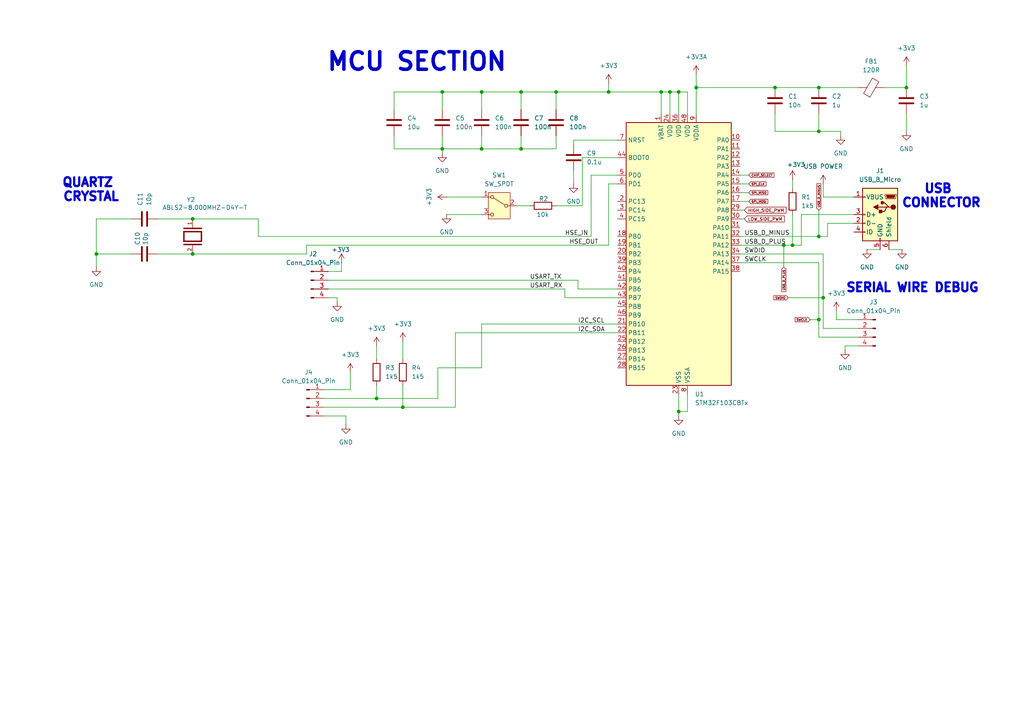
<source format=kicad_sch>
(kicad_sch (version 20250114) (generator "eeschema") (generator_version "9.0")
  (paper "A4")
  (title_block (title "MCU Section") (date "2025-12-31"))
  (lib_symbols
    (symbol "ABLS2-8.000MHZ-D4Y-T:ABLS2-8.000MHZ-D4Y-T" (pin_names (offset 1.016))
      (property "Reference" "Y" (at -5.0878 3.8159 0))
      (property "Value" "ABLS2-8.000MHZ-D4Y-T" (at -5.0944 -5.0944 0))
      (symbol "ABLS2-8.000MHZ-D4Y-T_0_0"
        (polyline (pts (xy -2.3368 2.54) (xy -2.3368 -2.54)) (stroke (width 0.4064)))
        (polyline (pts (xy -1.397 2.54) (xy -1.397 -2.54)) (stroke (width 0.4064)))
        (polyline (pts (xy -1.397 2.54) (xy 1.397 2.54)) (stroke (width 0.4064)))
        (polyline (pts (xy 1.397 2.54) (xy 1.397 -2.54)) (stroke (width 0.4064)))
        (polyline (pts (xy 1.397 -2.54) (xy -1.397 -2.54)) (stroke (width 0.4064)))
        (polyline (pts (xy 2.3368 2.54) (xy 2.3368 -2.54)) (stroke (width 0.4064)))
        (pin passive line (at -5.08 0 0) (length 2.54) (name "~") (number "1"))
        (pin passive line (at 5.08 0 180) (length 2.54) (name "~") (number "2"))
      )
    )
    (symbol "Connector:Conn_01x04_Pin" (pin_names (offset 1.016) (hide yes))
      (property "Reference" "J" (at 0 5.08 0))
      (property "Value" "Conn_01x04_Pin" (at 0 -7.62 0))
      (symbol "Conn_01x04_Pin_1_1"
        (rectangle (start 0.8636 2.667) (end 0 2.413) (stroke (width 0.1524)) (fill (type outline)))
        (rectangle (start 0.8636 0.127) (end 0 -0.127) (stroke (width 0.1524)) (fill (type outline)))
        (rectangle (start 0.8636 -2.413) (end 0 -2.667) (stroke (width 0.1524)) (fill (type outline)))
        (rectangle (start 0.8636 -4.953) (end 0 -5.207) (stroke (width 0.1524)) (fill (type outline)))
        (polyline (pts (xy 1.27 2.54) (xy 0.8636 2.54)) (stroke (width 0.1524)))
        (polyline (pts (xy 1.27 0) (xy 0.8636 0)) (stroke (width 0.1524)))
        (polyline (pts (xy 1.27 -2.54) (xy 0.8636 -2.54)) (stroke (width 0.1524)))
        (polyline (pts (xy 1.27 -5.08) (xy 0.8636 -5.08)) (stroke (width 0.1524)))
        (pin passive line (at 5.08 2.54 180) (length 3.81) (name "Pin_1") (number "1"))
        (pin passive line (at 5.08 0 180) (length 3.81) (name "Pin_2") (number "2"))
        (pin passive line (at 5.08 -2.54 180) (length 3.81) (name "Pin_3") (number "3"))
        (pin passive line (at 5.08 -5.08 180) (length 3.81) (name "Pin_4") (number "4"))
      )
    )
    (symbol "Connector:USB_B_Micro" (pin_names (offset 1.016))
      (property "Reference" "J" (at -5.08 11.43 0))
      (property "Value" "USB_B_Micro" (at -5.08 8.89 0))
      (symbol "USB_B_Micro_0_1"
        (rectangle (start -5.08 -7.62) (end 5.08 7.62) (stroke (width 0.254)) (fill (type background)))
        (polyline (pts (xy -4.699 5.842) (xy -4.699 5.588) (xy -4.445 4.826) (xy -4.445 4.572) (xy -1.651 4.572) (xy -1.651 4.826) (xy -1.397 5.588) (xy -1.397 5.842) (xy -4.699 5.842)))
        (polyline (pts (xy -4.318 5.588) (xy -1.778 5.588) (xy -2.032 4.826) (xy -4.064 4.826) (xy -4.318 5.588)) (fill (type outline)))
        (circle (center -3.81 2.159) (radius 0.635) (stroke (width 0.254)) (fill (type outline)))
        (polyline (pts (xy -3.175 2.159) (xy -2.54 2.159) (xy -1.27 3.429) (xy -0.635 3.429)) (stroke (width 0.254)))
        (polyline (pts (xy -2.54 2.159) (xy -1.905 2.159) (xy -1.27 0.889) (xy 0 0.889)) (stroke (width 0.254)))
        (polyline (pts (xy -1.905 2.159) (xy 0.635 2.159)) (stroke (width 0.254)))
        (circle (center -0.635 3.429) (radius 0.381) (stroke (width 0.254)) (fill (type outline)))
        (rectangle (start -0.127 -7.62) (end 0.127 -6.858))
        (rectangle (start 0.254 1.27) (end -0.508 0.508) (stroke (width 0.254)) (fill (type outline)))
        (polyline (pts (xy 0.635 2.794) (xy 0.635 1.524) (xy 1.905 2.159) (xy 0.635 2.794)) (stroke (width 0.254)) (fill (type outline)))
        (rectangle (start 5.08 4.953) (end 4.318 5.207))
        (rectangle (start 5.08 -0.127) (end 4.318 0.127))
        (rectangle (start 5.08 -2.667) (end 4.318 -2.413))
        (rectangle (start 5.08 -5.207) (end 4.318 -4.953))
      )
      (symbol "USB_B_Micro_1_1"
        (pin passive line (at -2.54 -10.16 90) (length 2.54) (name "Shield") (number "6"))
        (pin power_out line (at 0 -10.16 90) (length 2.54) (name "GND") (number "5"))
        (pin power_out line (at 7.62 5.08 180) (length 2.54) (name "VBUS") (number "1"))
        (pin bidirectional line (at 7.62 0 180) (length 2.54) (name "D+") (number "3"))
        (pin bidirectional line (at 7.62 -2.54 180) (length 2.54) (name "D-") (number "2"))
        (pin passive line (at 7.62 -5.08 180) (length 2.54) (name "ID") (number "4"))
      )
    )
    (symbol "Device:C" (pin_numbers (hide yes)) (pin_names (offset 0.254))
      (property "Reference" "C" (at 0.635 2.54 0))
      (property "Value" "C" (at 0.635 -2.54 0))
      (symbol "C_0_1"
        (polyline (pts (xy -2.032 0.762) (xy 2.032 0.762)) (stroke (width 0.508)))
        (polyline (pts (xy -2.032 -0.762) (xy 2.032 -0.762)) (stroke (width 0.508)))
      )
      (symbol "C_1_1"
        (pin passive line (at 0 3.81 270) (length 2.794) (name "~") (number "1"))
        (pin passive line (at 0 -3.81 90) (length 2.794) (name "~") (number "2"))
      )
    )
    (symbol "Device:FerriteBead" (pin_numbers (hide yes)) (pin_names (offset 0))
      (property "Reference" "FB" (at -3.81 0.635 90))
      (property "Value" "FerriteBead" (at 3.81 0 90))
      (symbol "FerriteBead_0_1"
        (polyline (pts (xy -2.7686 0.4064) (xy -1.7018 2.2606) (xy 2.7686 -0.3048) (xy 1.6764 -2.159) (xy -2.7686 0.4064)))
        (polyline (pts (xy 0 1.27) (xy 0 1.2954)))
        (polyline (pts (xy 0 -1.27) (xy 0 -1.2192)))
      )
      (symbol "FerriteBead_1_1"
        (pin passive line (at 0 3.81 270) (length 2.54) (name "~") (number "1"))
        (pin passive line (at 0 -3.81 90) (length 2.54) (name "~") (number "2"))
      )
    )
    (symbol "Device:R" (pin_numbers (hide yes)) (pin_names (offset 0))
      (property "Reference" "R" (at 2.032 0 90))
      (property "Value" "R" (at 0 0 90))
      (symbol "R_0_1"
        (rectangle (start -1.016 -2.54) (end 1.016 2.54) (stroke (width 0.254)))
      )
      (symbol "R_1_1"
        (pin passive line (at 0 3.81 270) (length 1.27) (name "~") (number "1"))
        (pin passive line (at 0 -3.81 90) (length 1.27) (name "~") (number "2"))
      )
    )
    (symbol "MCU_ST_STM32F1:STM32F103CBTx"
      (property "Reference" "U" (at -15.24 39.37 0))
      (property "Value" "STM32F103CBTx" (at 7.62 39.37 0))
      (symbol "STM32F103CBTx_0_1"
        (rectangle (start -15.24 -38.1) (end 15.24 38.1) (stroke (width 0.254)) (fill (type background)))
      )
      (symbol "STM32F103CBTx_1_1"
        (pin input line (at -17.78 33.02 0) (length 2.54) (name "NRST") (number "7"))
        (pin input line (at -17.78 27.94 0) (length 2.54) (name "BOOT0") (number "44"))
        (pin bidirectional line (at -17.78 22.86 0) (length 2.54) (name "PD0") (number "5"))
        (pin bidirectional line (at -17.78 20.32 0) (length 2.54) (name "PD1") (number "6"))
        (pin bidirectional line (at -17.78 15.24 0) (length 2.54) (name "PC13") (number "2"))
        (pin bidirectional line (at -17.78 12.7 0) (length 2.54) (name "PC14") (number "3"))
        (pin bidirectional line (at -17.78 10.16 0) (length 2.54) (name "PC15") (number "4"))
        (pin bidirectional line (at -17.78 5.08 0) (length 2.54) (name "PB0") (number "18"))
        (pin bidirectional line (at -17.78 2.54 0) (length 2.54) (name "PB1") (number "19"))
        (pin bidirectional line (at -17.78 0 0) (length 2.54) (name "PB2") (number "20"))
        (pin bidirectional line (at -17.78 -2.54 0) (length 2.54) (name "PB3") (number "39"))
        (pin bidirectional line (at -17.78 -5.08 0) (length 2.54) (name "PB4") (number "40"))
        (pin bidirectional line (at -17.78 -7.62 0) (length 2.54) (name "PB5") (number "41"))
        (pin bidirectional line (at -17.78 -10.16 0) (length 2.54) (name "PB6") (number "42"))
        (pin bidirectional line (at -17.78 -12.7 0) (length 2.54) (name "PB7") (number "43"))
        (pin bidirectional line (at -17.78 -15.24 0) (length 2.54) (name "PB8") (number "45"))
        (pin bidirectional line (at -17.78 -17.78 0) (length 2.54) (name "PB9") (number "46"))
        (pin bidirectional line (at -17.78 -20.32 0) (length 2.54) (name "PB10") (number "21"))
        (pin bidirectional line (at -17.78 -22.86 0) (length 2.54) (name "PB11") (number "22"))
        (pin bidirectional line (at -17.78 -25.4 0) (length 2.54) (name "PB12") (number "25"))
        (pin bidirectional line (at -17.78 -27.94 0) (length 2.54) (name "PB13") (number "26"))
        (pin bidirectional line (at -17.78 -30.48 0) (length 2.54) (name "PB14") (number "27"))
        (pin bidirectional line (at -17.78 -33.02 0) (length 2.54) (name "PB15") (number "28"))
        (pin power_in line (at -5.08 40.64 270) (length 2.54) (name "VBAT") (number "1"))
        (pin power_in line (at -2.54 40.64 270) (length 2.54) (name "VDD") (number "24"))
        (pin power_in line (at 0 40.64 270) (length 2.54) (name "VDD") (number "36"))
        (pin power_in line (at 0 -40.64 90) (length 2.54) (name "VSS") (number "23"))
        (pin passive line (at 0 -40.64 90) (length 2.54) (hide yes) (name "VSS") (number "35"))
        (pin passive line (at 0 -40.64 90) (length 2.54) (hide yes) (name "VSS") (number "47"))
        (pin power_in line (at 2.54 40.64 270) (length 2.54) (name "VDD") (number "48"))
        (pin power_in line (at 2.54 -40.64 90) (length 2.54) (name "VSSA") (number "8"))
        (pin power_in line (at 5.08 40.64 270) (length 2.54) (name "VDDA") (number "9"))
        (pin bidirectional line (at 17.78 33.02 180) (length 2.54) (name "PA0") (number "10"))
        (pin bidirectional line (at 17.78 30.48 180) (length 2.54) (name "PA1") (number "11"))
        (pin bidirectional line (at 17.78 27.94 180) (length 2.54) (name "PA2") (number "12"))
        (pin bidirectional line (at 17.78 25.4 180) (length 2.54) (name "PA3") (number "13"))
        (pin bidirectional line (at 17.78 22.86 180) (length 2.54) (name "PA4") (number "14"))
        (pin bidirectional line (at 17.78 20.32 180) (length 2.54) (name "PA5") (number "15"))
        (pin bidirectional line (at 17.78 17.78 180) (length 2.54) (name "PA6") (number "16"))
        (pin bidirectional line (at 17.78 15.24 180) (length 2.54) (name "PA7") (number "17"))
        (pin bidirectional line (at 17.78 12.7 180) (length 2.54) (name "PA8") (number "29"))
        (pin bidirectional line (at 17.78 10.16 180) (length 2.54) (name "PA9") (number "30"))
        (pin bidirectional line (at 17.78 7.62 180) (length 2.54) (name "PA10") (number "31"))
        (pin bidirectional line (at 17.78 5.08 180) (length 2.54) (name "PA11") (number "32"))
        (pin bidirectional line (at 17.78 2.54 180) (length 2.54) (name "PA12") (number "33"))
        (pin bidirectional line (at 17.78 0 180) (length 2.54) (name "PA13") (number "34"))
        (pin bidirectional line (at 17.78 -2.54 180) (length 2.54) (name "PA14") (number "37"))
        (pin bidirectional line (at 17.78 -5.08 180) (length 2.54) (name "PA15") (number "38"))
      )
    )
    (symbol "Switch:SW_SPDT" (pin_names (offset 0) (hide yes))
      (property "Reference" "SW" (at 0 5.08 0))
      (property "Value" "SW_SPDT" (at 0 -5.08 0))
      (symbol "SW_SPDT_0_1"
        (circle (center -2.032 0) (radius 0.4572))
        (polyline (pts (xy -1.651 0.254) (xy 1.651 2.286)))
        (circle (center 2.032 2.54) (radius 0.4572))
        (circle (center 2.032 -2.54) (radius 0.4572))
      )
      (symbol "SW_SPDT_1_1"
        (rectangle (start -3.175 3.81) (end 3.175 -3.81) (fill (type background)))
        (pin passive line (at -5.08 0 0) (length 2.54) (name "B") (number "2"))
        (pin passive line (at 5.08 2.54 180) (length 2.54) (name "A") (number "1"))
        (pin passive line (at 5.08 -2.54 180) (length 2.54) (name "C") (number "3"))
      )
    )
    (symbol "power:+12V" (power) (pin_numbers (hide yes)) (pin_names (offset 0) (hide yes))
      (property "Value" "+12V" (at 0 3.556 0))
      (symbol "+12V_0_1"
        (polyline (pts (xy -0.762 1.27) (xy 0 2.54)))
        (polyline (pts (xy 0 2.54) (xy 0.762 1.27)))
        (polyline (pts (xy 0 0) (xy 0 2.54)))
      )
      (symbol "+12V_1_1"
        (pin power_in line (at 0 0 90) (length 0) (name "~") (number "1"))
      )
    )
    (symbol "power:+3V3" (power) (pin_numbers (hide yes)) (pin_names (offset 0) (hide yes))
      (property "Value" "+3V3" (at 0 3.556 0))
      (symbol "+3V3_0_1"
        (polyline (pts (xy -0.762 1.27) (xy 0 2.54)))
        (polyline (pts (xy 0 2.54) (xy 0.762 1.27)))
        (polyline (pts (xy 0 0) (xy 0 2.54)))
      )
      (symbol "+3V3_1_1"
        (pin power_in line (at 0 0 90) (length 0) (name "~") (number "1"))
      )
    )
    (symbol "power:GND" (power) (pin_numbers (hide yes)) (pin_names (offset 0) (hide yes))
      (property "Value" "GND" (at 0 -3.81 0))
      (symbol "GND_0_1"
        (polyline (pts (xy 0 0) (xy 0 -1.27) (xy 1.27 -1.27) (xy 0 -2.54) (xy -1.27 -1.27) (xy 0 -1.27)))
      )
      (symbol "GND_1_1"
        (pin power_in line (at 0 0 270) (length 0) (name "~") (number "1"))
      )
    )
  )
  (text "QUARTZ \nCRYSTAL\n" (at 26.416 55.118 0) (effects (font (size 2.54 2.54) (thickness 1.016) (bold yes))))
  (text "MCU SECTION" (at 120.904 18.034 0) (effects (font (size 5.08 5.08) (thickness 1.016) (bold yes))))
  (text "SERIAL WIRE DEBUG\n" (at 264.668 83.566 0) (effects (font (size 2.54 2.54) (thickness 1.016) (bold yes))))
  (text "USB \nCONNECTOR\n" (at 273.05 56.896 0) (effects (font (size 2.54 2.54) (thickness 1.016) (bold yes))))
  (junction (at 262.89 25.4))
  (junction (at 229.87 71.12))
  (junction (at 238.76 86.36))
  (junction (at 151.13 43.18))
  (junction (at 55.88 73.66))
  (junction (at 196.85 119.38))
  (junction (at 176.53 26.67))
  (junction (at 191.77 26.67))
  (junction (at 237.49 68.58))
  (junction (at 237.49 25.4))
  (junction (at 151.13 26.67))
  (junction (at 161.29 26.67))
  (junction (at 128.27 26.67))
  (junction (at 139.7 43.18))
  (junction (at 128.27 43.18))
  (junction (at 201.93 25.4))
  (junction (at 27.94 73.66))
  (junction (at 237.49 38.1))
  (junction (at 109.22 115.57))
  (junction (at 196.85 26.67))
  (junction (at 227.33 71.12))
  (junction (at 116.84 118.11))
  (junction (at 224.79 25.4))
  (junction (at 55.88 63.5))
  (junction (at 194.31 26.67))
  (junction (at 139.7 26.67))
  (junction (at 237.49 92.71))
  (wire (pts (xy 168.91 45.72) (xy 168.91 59.69)))
  (wire (pts (xy 224.79 33.02) (xy 224.79 38.1)))
  (wire (pts (xy 151.13 43.18) (xy 151.13 39.37)))
  (wire (pts (xy 38.1 63.5) (xy 27.94 63.5)))
  (wire (pts (xy 214.63 63.5) (xy 215.9 63.5)))
  (wire (pts (xy 238.76 57.15) (xy 247.65 57.15)))
  (wire (pts (xy 227.33 71.12) (xy 227.33 77.47)))
  (wire (pts (xy 237.49 76.2) (xy 214.63 76.2)))
  (wire (pts (xy 224.79 25.4) (xy 237.49 25.4)))
  (wire (pts (xy 171.45 68.58) (xy 74.93 68.58)))
  (wire (pts (xy 242.57 92.71) (xy 248.92 92.71)))
  (wire (pts (xy 166.37 40.64) (xy 166.37 41.91)))
  (wire (pts (xy 224.79 38.1) (xy 237.49 38.1)))
  (wire (pts (xy 242.57 90.17) (xy 242.57 92.71)))
  (wire (pts (xy 214.63 53.34) (xy 217.17 53.34)))
  (wire (pts (xy 196.85 26.67) (xy 194.31 26.67)))
  (wire (pts (xy 176.53 26.67) (xy 161.29 26.67)))
  (wire (pts (xy 199.39 114.3) (xy 199.39 119.38)))
  (wire (pts (xy 161.29 39.37) (xy 161.29 43.18)))
  (wire (pts (xy 237.49 97.79) (xy 237.49 92.71)))
  (wire (pts (xy 199.39 33.02) (xy 199.39 26.67)))
  (wire (pts (xy 237.49 25.4) (xy 248.92 25.4)))
  (wire (pts (xy 196.85 33.02) (xy 196.85 26.67)))
  (wire (pts (xy 201.93 25.4) (xy 224.79 25.4)))
  (wire (pts (xy 109.22 115.57) (xy 127 115.57)))
  (wire (pts (xy 247.65 62.23) (xy 232.41 62.23)))
  (wire (pts (xy 237.49 38.1) (xy 243.84 38.1)))
  (wire (pts (xy 214.63 71.12) (xy 227.33 71.12)))
  (wire (pts (xy 176.53 53.34) (xy 179.07 53.34)))
  (wire (pts (xy 228.6 86.36) (xy 238.76 86.36)))
  (wire (pts (xy 201.93 25.4) (xy 201.93 33.02)))
  (wire (pts (xy 55.88 63.5) (xy 74.93 63.5)))
  (wire (pts (xy 262.89 19.05) (xy 262.89 25.4)))
  (wire (pts (xy 139.7 43.18) (xy 151.13 43.18)))
  (wire (pts (xy 243.84 38.1) (xy 243.84 39.37)))
  (wire (pts (xy 196.85 119.38) (xy 196.85 120.65)))
  (wire (pts (xy 101.6 107.95) (xy 101.6 113.03)))
  (wire (pts (xy 116.84 118.11) (xy 132.08 118.11)))
  (wire (pts (xy 238.76 53.34) (xy 238.76 57.15)))
  (wire (pts (xy 97.79 86.36) (xy 97.79 87.63)))
  (wire (pts (xy 129.54 62.23) (xy 139.7 62.23)))
  (wire (pts (xy 261.62 72.39) (xy 257.81 72.39)))
  (wire (pts (xy 139.7 39.37) (xy 139.7 43.18)))
  (wire (pts (xy 214.63 60.96) (xy 215.9 60.96)))
  (wire (pts (xy 238.76 86.36) (xy 238.76 95.25)))
  (wire (pts (xy 194.31 26.67) (xy 191.77 26.67)))
  (wire (pts (xy 179.07 40.64) (xy 166.37 40.64)))
  (wire (pts (xy 238.76 73.66) (xy 238.76 86.36)))
  (wire (pts (xy 151.13 43.18) (xy 161.29 43.18)))
  (wire (pts (xy 55.88 73.66) (xy 88.9 73.66)))
  (wire (pts (xy 139.7 26.67) (xy 128.27 26.67)))
  (wire (pts (xy 109.22 111.76) (xy 109.22 115.57)))
  (wire (pts (xy 199.39 26.67) (xy 196.85 26.67)))
  (wire (pts (xy 251.46 72.39) (xy 255.27 72.39)))
  (wire (pts (xy 234.95 92.71) (xy 237.49 92.71)))
  (wire (pts (xy 45.72 63.5) (xy 55.88 63.5)))
  (wire (pts (xy 262.89 33.02) (xy 262.89 38.1)))
  (wire (pts (xy 232.41 62.23) (xy 232.41 71.12)))
  (wire (pts (xy 194.31 33.02) (xy 194.31 26.67)))
  (wire (pts (xy 161.29 26.67) (xy 151.13 26.67)))
  (wire (pts (xy 179.07 50.8) (xy 171.45 50.8)))
  (wire (pts (xy 237.49 92.71) (xy 237.49 76.2)))
  (wire (pts (xy 151.13 26.67) (xy 151.13 31.75)))
  (wire (pts (xy 27.94 73.66) (xy 27.94 77.47)))
  (wire (pts (xy 237.49 60.96) (xy 237.49 68.58)))
  (wire (pts (xy 163.83 83.82) (xy 163.83 86.36)))
  (wire (pts (xy 116.84 111.76) (xy 116.84 118.11)))
  (wire (pts (xy 256.54 25.4) (xy 262.89 25.4)))
  (wire (pts (xy 95.25 86.36) (xy 97.79 86.36)))
  (wire (pts (xy 128.27 43.18) (xy 139.7 43.18)))
  (wire (pts (xy 128.27 26.67) (xy 128.27 31.75)))
  (wire (pts (xy 149.86 59.69) (xy 153.67 59.69)))
  (wire (pts (xy 229.87 52.07) (xy 229.87 54.61)))
  (wire (pts (xy 95.25 78.74) (xy 99.06 78.74)))
  (wire (pts (xy 100.33 120.65) (xy 100.33 123.19)))
  (wire (pts (xy 93.98 118.11) (xy 116.84 118.11)))
  (wire (pts (xy 214.63 58.42) (xy 217.17 58.42)))
  (wire (pts (xy 196.85 119.38) (xy 199.39 119.38)))
  (wire (pts (xy 167.64 83.82) (xy 179.07 83.82)))
  (wire (pts (xy 93.98 115.57) (xy 109.22 115.57)))
  (wire (pts (xy 214.63 68.58) (xy 237.49 68.58)))
  (wire (pts (xy 109.22 100.33) (xy 109.22 104.14)))
  (wire (pts (xy 114.3 26.67) (xy 114.3 31.75)))
  (wire (pts (xy 88.9 73.66) (xy 88.9 71.12)))
  (wire (pts (xy 245.11 100.33) (xy 245.11 101.6)))
  (wire (pts (xy 88.9 71.12) (xy 176.53 71.12)))
  (wire (pts (xy 127 106.68) (xy 139.7 106.68)))
  (wire (pts (xy 176.53 71.12) (xy 176.53 53.34)))
  (wire (pts (xy 214.63 73.66) (xy 238.76 73.66)))
  (wire (pts (xy 179.07 96.52) (xy 132.08 96.52)))
  (wire (pts (xy 132.08 96.52) (xy 132.08 118.11)))
  (wire (pts (xy 129.54 57.15) (xy 139.7 57.15)))
  (wire (pts (xy 238.76 95.25) (xy 248.92 95.25)))
  (wire (pts (xy 27.94 73.66) (xy 38.1 73.66)))
  (wire (pts (xy 161.29 59.69) (xy 168.91 59.69)))
  (wire (pts (xy 229.87 71.12) (xy 232.41 71.12)))
  (wire (pts (xy 139.7 93.98) (xy 179.07 93.98)))
  (wire (pts (xy 240.03 64.77) (xy 247.65 64.77)))
  (wire (pts (xy 74.93 68.58) (xy 74.93 63.5)))
  (wire (pts (xy 214.63 50.8) (xy 217.17 50.8)))
  (wire (pts (xy 171.45 50.8) (xy 171.45 68.58)))
  (wire (pts (xy 93.98 120.65) (xy 100.33 120.65)))
  (wire (pts (xy 161.29 26.67) (xy 161.29 31.75)))
  (wire (pts (xy 45.72 73.66) (xy 55.88 73.66)))
  (wire (pts (xy 237.49 33.02) (xy 237.49 38.1)))
  (wire (pts (xy 229.87 62.23) (xy 229.87 71.12)))
  (wire (pts (xy 99.06 78.74) (xy 99.06 76.2)))
  (wire (pts (xy 139.7 26.67) (xy 139.7 31.75)))
  (wire (pts (xy 151.13 26.67) (xy 139.7 26.67)))
  (wire (pts (xy 166.37 49.53) (xy 166.37 53.34)))
  (wire (pts (xy 114.3 39.37) (xy 114.3 43.18)))
  (wire (pts (xy 95.25 81.28) (xy 167.64 81.28)))
  (wire (pts (xy 167.64 81.28) (xy 167.64 83.82)))
  (wire (pts (xy 27.94 63.5) (xy 27.94 73.66)))
  (wire (pts (xy 179.07 45.72) (xy 168.91 45.72)))
  (wire (pts (xy 214.63 55.88) (xy 217.17 55.88)))
  (wire (pts (xy 176.53 24.13) (xy 176.53 26.67)))
  (wire (pts (xy 139.7 106.68) (xy 139.7 93.98)))
  (wire (pts (xy 128.27 43.18) (xy 128.27 44.45)))
  (wire (pts (xy 128.27 39.37) (xy 128.27 43.18)))
  (wire (pts (xy 227.33 71.12) (xy 229.87 71.12)))
  (wire (pts (xy 240.03 68.58) (xy 240.03 64.77)))
  (wire (pts (xy 248.92 97.79) (xy 237.49 97.79)))
  (wire (pts (xy 128.27 26.67) (xy 114.3 26.67)))
  (wire (pts (xy 127 106.68) (xy 127 115.57)))
  (wire (pts (xy 116.84 99.06) (xy 116.84 104.14)))
  (wire (pts (xy 191.77 26.67) (xy 191.77 33.02)))
  (wire (pts (xy 201.93 21.59) (xy 201.93 25.4)))
  (wire (pts (xy 163.83 86.36) (xy 179.07 86.36)))
  (wire (pts (xy 196.85 114.3) (xy 196.85 119.38)))
  (wire (pts (xy 95.25 83.82) (xy 163.83 83.82)))
  (wire (pts (xy 248.92 100.33) (xy 245.11 100.33)))
  (wire (pts (xy 93.98 113.03) (xy 101.6 113.03)))
  (wire (pts (xy 114.3 43.18) (xy 128.27 43.18)))
  (wire (pts (xy 237.49 68.58) (xy 240.03 68.58)))
  (wire (pts (xy 176.53 26.67) (xy 191.77 26.67)))
  (label "HSE_IN" (at 163.83 68.58 0))
  (label "USART_RX" (at 153.67 83.82 0))
  (label "SWCLK" (at 215.9 76.2 0))
  (label "USB_D_PLUS" (at 215.9 71.12 0))
  (label "HSE_OUT" (at 165.1 71.12 0))
  (label "USB_D_MINUS" (at 215.9 68.58 0))
  (label "SWDIO" (at 215.9 73.66 0))
  (label "USART_TX" (at 153.67 81.28 0))
  (label "I2C_SDA" (at 167.64 96.52 0))
  (label "I2C_SCL" (at 167.64 93.98 0))
  (global_label "USB_D_MINUS" (shape input) (at 237.49 60.96 90) (effects (font (size 0.635 0.635))) (property "Intersheetrefs" "${INTERSHEET_REFS}" (effects (hide yes))))
  (global_label "CHIP_SELECT" (shape input) (at 217.17 50.8 0) (effects (font (size 0.635 0.635))) (property "Intersheetrefs" "${INTERSHEET_REFS}" (effects (hide yes))))
  (global_label "SWDIO" (shape input) (at 228.6 86.36 180) (effects (font (size 0.635 0.635))) (property "Intersheetrefs" "${INTERSHEET_REFS}" (effects (hide yes))))
  (global_label "HIGH_SIDE_PWM" (shape input) (at 215.9 60.96 0) (effects (font (size 0.889 0.889))) (property "Intersheetrefs" "${INTERSHEET_REFS}" (effects (hide yes))))
  (global_label "SPI_MOSI" (shape input) (at 217.17 58.42 0) (effects (font (size 0.635 0.635))) (property "Intersheetrefs" "${INTERSHEET_REFS}" (effects (hide yes))))
  (global_label "LOW_SIDE_PWM" (shape input) (at 215.9 63.5 0) (effects (font (size 0.889 0.889))) (property "Intersheetrefs" "${INTERSHEET_REFS}" (effects (hide yes))))
  (global_label "USB_D_PLUS" (shape input) (at 227.33 77.47 270) (effects (font (size 0.635 0.635))) (property "Intersheetrefs" "${INTERSHEET_REFS}" (effects (hide yes))))
  (global_label "SWCLK" (shape input) (at 234.95 92.71 180) (effects (font (size 0.635 0.635))) (property "Intersheetrefs" "${INTERSHEET_REFS}" (effects (hide yes))))
  (global_label "SPI_CLK" (shape input) (at 217.17 53.34 0) (effects (font (size 0.635 0.635))) (property "Intersheetrefs" "${INTERSHEET_REFS}" (effects (hide yes))))
  (global_label "SPI_MISO" (shape input) (at 217.17 55.88 0) (effects (font (size 0.635 0.635))) (property "Intersheetrefs" "${INTERSHEET_REFS}" (effects (hide yes))))
  (symbol (lib_id "Device:C") (at 41.91 73.66 90) (unit 1)
    (property "Reference" "C10" (at 39.878 71.12 0) (effects (justify left)))
    (property "Value" "10p" (at 42.164 71.12 0) (effects (justify left)))
    (property "Footprint" "Capacitor_SMD:C_0603_1608Metric_Pad1.08x0.95mm_HandSolder" (effects (hide yes)))
    (property "Description" "Unpolarized capacitor" (effects (hide yes)))
    (property "Distributor Link" "https://www.digikey.es/es/products/detail/kemet/C0603C100J5GACTU/411051" (effects (hide yes)))
  )
  (symbol (lib_id "power:+3V3") (at 99.06 76.2 0) (unit 1)
    (property "Reference" "#PWR012" (effects (hide yes)))
    (property "Value" "+3V3" (at 98.806 72.39 0))
    (property "Description" "Power symbol creates a global label with name \"+3V3\"" (effects (hide yes)))
  )
  (symbol (lib_id "power:GND") (at 261.62 72.39 0) (unit 1)
    (property "Reference" "#PWR065" (effects (hide yes)))
    (property "Value" "GND" (at 261.62 77.47 0))
    (property "Description" "Power symbol creates a global label with name \"GND\" , ground" (effects (hide yes)))
  )
  (symbol (lib_id "Connector:USB_B_Micro") (at 255.27 62.23 0) (mirror y) (unit 1)
    (property "Reference" "J1" (at 255.27 49.53 0))
    (property "Value" "USB_B_Micro" (at 255.27 52.07 0))
    (property "Footprint" "usb_b:CONN_10118194-0001LF_AMP" (effects (hide yes)))
    (property "Description" "USB Micro Type B connector" (effects (hide yes)))
    (property "Distributor Link" "https://www.digikey.es/es/products/detail/amphenol-cs-fci/10118194-0001LF/2785389" (effects (hide yes)))
  )
  (symbol (lib_id "Device:C") (at 224.79 29.21 0) (unit 1)
    (property "Reference" "C1" (at 228.6 27.9399 0) (effects (justify left)))
    (property "Value" "10n" (at 228.6 30.4799 0) (effects (justify left)))
    (property "Footprint" "Capacitor_SMD:C_0603_1608Metric" (effects (hide yes)))
    (property "Description" "Unpolarized capacitor" (effects (hide yes)))
    (property "Distributor Link" "https://www.digikey.es/es/products/detail/kemet/C0603C103K5RACTU/411090" (effects (hide yes)))
  )
  (symbol (lib_id "power:GND") (at 27.94 77.47 0) (unit 1)
    (property "Reference" "#PWR013" (effects (hide yes)))
    (property "Value" "GND" (at 27.94 82.55 0))
    (property "Description" "Power symbol creates a global label with name \"GND\" , ground" (effects (hide yes)))
  )
  (symbol (lib_id "power:+12V") (at 238.76 53.34 0) (unit 1)
    (property "Reference" "#PWR061" (effects (hide yes)))
    (property "Value" "USB POWER" (at 238.76 48.26 0))
    (property "Description" "Power symbol creates a global label with name \"+12V\"" (effects (hide yes)))
  )
  (symbol (lib_id "power:+3V3") (at 129.54 57.15 90) (unit 1)
    (property "Reference" "#PWR010" (effects (hide yes)))
    (property "Value" "+3V3" (at 124.46 57.15 0))
    (property "Description" "Power symbol creates a global label with name \"+3V3\"" (effects (hide yes)))
  )
  (symbol (lib_id "Device:C") (at 262.89 29.21 0) (unit 1)
    (property "Reference" "C3" (at 266.7 27.9399 0) (effects (justify left)))
    (property "Value" "1u" (at 266.7 30.4799 0) (effects (justify left)))
    (property "Footprint" "Capacitor_SMD:C_0603_1608Metric" (effects (hide yes)))
    (property "Description" "Unpolarized capacitor" (effects (hide yes)))
    (property "Distributor Link" "https://www.digikey.es/es/products/detail/kemet/C0603C105K4RACTU/2199788" (effects (hide yes)))
  )
  (symbol (lib_id "power:GND") (at 196.85 120.65 0) (unit 1)
    (property "Reference" "#PWR020" (effects (hide yes)))
    (property "Value" "GND" (at 196.85 125.73 0))
    (property "Description" "Power symbol creates a global label with name \"GND\" , ground" (effects (hide yes)))
  )
  (symbol (lib_id "Device:C") (at 128.27 35.56 0) (unit 1)
    (property "Reference" "C5" (at 132.08 34.2899 0) (effects (justify left)))
    (property "Value" "100n" (at 132.08 36.8299 0) (effects (justify left)))
    (property "Footprint" "Capacitor_SMD:C_0603_1608Metric" (effects (hide yes)))
    (property "Description" "Unpolarized capacitor" (effects (hide yes)))
    (property "Distributor Link" "https://www.digikey.es/es/products/detail/kemet/C0603C104K5RACTU/1465594" (effects (hide yes)))
  )
  (symbol (lib_id "power:GND") (at 251.46 72.39 0) (unit 1)
    (property "Reference" "#PWR060" (effects (hide yes)))
    (property "Value" "GND" (at 251.46 77.47 0))
    (property "Description" "Power symbol creates a global label with name \"GND\" , ground" (effects (hide yes)))
  )
  (symbol (lib_id "power:+3V3") (at 201.93 21.59 0) (unit 1)
    (property "Reference" "#PWR02" (effects (hide yes)))
    (property "Value" "+3V3A" (at 201.93 16.51 0))
    (property "Description" "Power symbol creates a global label with name \"+3V3\"" (effects (hide yes)))
  )
  (symbol (lib_id "Device:C") (at 151.13 35.56 0) (unit 1)
    (property "Reference" "C7" (at 154.94 34.2899 0) (effects (justify left)))
    (property "Value" "100n" (at 154.94 36.8299 0) (effects (justify left)))
    (property "Footprint" "Capacitor_SMD:C_0603_1608Metric" (effects (hide yes)))
    (property "Description" "Unpolarized capacitor" (effects (hide yes)))
    (property "Distributor Link" "https://www.digikey.es/es/products/detail/kemet/C0603C104K5RACTU/1465594" (effects (hide yes)))
  )
  (symbol (lib_id "Device:C") (at 41.91 63.5 90) (unit 1)
    (property "Reference" "C11" (at 40.6399 59.69 0) (effects (justify left)))
    (property "Value" "10p" (at 43.1799 59.69 0) (effects (justify left)))
    (property "Footprint" "Capacitor_SMD:C_0603_1608Metric_Pad1.08x0.95mm_HandSolder" (effects (hide yes)))
    (property "Description" "Unpolarized capacitor" (effects (hide yes)))
    (property "Distributor Link" "https://www.digikey.es/es/products/detail/kemet/C0603C100J5GACTU/411051" (effects (hide yes)))
  )
  (symbol (lib_id "Device:FerriteBead") (at 252.73 25.4 90) (unit 1)
    (property "Reference" "FB1" (at 252.6792 17.78 90))
    (property "Value" "120R" (at 252.6792 20.32 90))
    (property "Footprint" "Resistor_SMD:R_0805_2012Metric_Pad1.20x1.40mm_HandSolder" (effects (hide yes)))
    (property "Description" "Ferrite bead" (effects (hide yes)))
    (property "Distributor Link" "https://www.digikey.es/es/products/detail/fair-rite-products-corp/2508051217Y6/8594305" (effects (hide yes)))
  )
  (symbol (lib_id "power:GND") (at 243.84 39.37 0) (unit 1)
    (property "Reference" "#PWR05" (effects (hide yes)))
    (property "Value" "GND" (at 243.84 44.45 0))
    (property "Description" "Power symbol creates a global label with name \"GND\" , ground" (effects (hide yes)))
  )
  (symbol (lib_id "power:+3V3") (at 116.84 99.06 0) (unit 1)
    (property "Reference" "#PWR016" (effects (hide yes)))
    (property "Value" "+3V3" (at 116.84 93.98 0))
    (property "Description" "Power symbol creates a global label with name \"+3V3\"" (effects (hide yes)))
  )
  (symbol (lib_id "power:GND") (at 97.79 87.63 0) (unit 1)
    (property "Reference" "#PWR014" (effects (hide yes)))
    (property "Value" "GND" (at 97.79 92.71 0))
    (property "Description" "Power symbol creates a global label with name \"GND\" , ground" (effects (hide yes)))
  )
  (symbol (lib_id "Device:R") (at 229.87 58.42 0) (unit 1)
    (property "Reference" "R1" (at 232.41 57.1499 0) (effects (justify left)))
    (property "Value" "1k5" (at 232.41 59.6899 0) (effects (justify left)))
    (property "Footprint" "Resistor_SMD:R_01005_0402Metric_Pad0.57x0.30mm_HandSolder" (effects (hide yes)))
    (property "Description" "Resistor" (effects (hide yes)))
    (property "Distributor Link" "https://www.digikey.es/es/products/detail/panasonic-electronic-components/ERJ-2GEJ152X/146914" (effects (hide yes)))
  )
  (symbol (lib_id "power:GND") (at 245.11 101.6 0) (unit 1)
    (property "Reference" "#PWR018" (effects (hide yes)))
    (property "Value" "GND" (at 245.11 106.68 0))
    (property "Description" "Power symbol creates a global label with name \"GND\" , ground" (effects (hide yes)))
  )
  (symbol (lib_id "power:+3V3") (at 229.87 52.07 0) (unit 1)
    (property "Reference" "#PWR07" (effects (hide yes)))
    (property "Value" "+3V3" (at 230.886 47.752 0))
    (property "Description" "Power symbol creates a global label with name \"+3V3\"" (effects (hide yes)))
  )
  (symbol (lib_id "power:GND") (at 100.33 123.19 0) (unit 1)
    (property "Reference" "#PWR021" (effects (hide yes)))
    (property "Value" "GND" (at 100.33 128.27 0))
    (property "Description" "Power symbol creates a global label with name \"GND\" , ground" (effects (hide yes)))
  )
  (symbol (lib_id "Device:R") (at 109.22 107.95 0) (unit 1)
    (property "Reference" "R3" (at 111.76 106.6799 0) (effects (justify left)))
    (property "Value" "1k5" (at 111.76 109.2199 0) (effects (justify left)))
    (property "Footprint" "Resistor_SMD:R_01005_0402Metric_Pad0.57x0.30mm_HandSolder" (effects (hide yes)))
    (property "Description" "Resistor" (effects (hide yes)))
    (property "Distributor Link" "https://www.digikey.es/es/products/detail/panasonic-electronic-components/ERJ-2GEJ152X/146914" (effects (hide yes)))
  )
  (symbol (lib_id "Connector:Conn_01x04_Pin") (at 254 95.25 0) (mirror y) (unit 1)
    (property "Reference" "J3" (at 253.365 87.63 0))
    (property "Value" "Conn_01x04_Pin" (at 253.365 90.17 0))
    (property "Footprint" "Connector_PinHeader_2.54mm:PinHeader_1x04_P2.54mm_Vertical" (effects (hide yes)))
    (property "Description" "Generic connector, single row, 01x04, script generated" (effects (hide yes)))
    (property "Distributor Link" "https://www.digikey.es/es/products/detail/samtec-inc/TS-104-G-AA/2345219" (effects (hide yes)))
  )
  (symbol (lib_id "Connector:Conn_01x04_Pin") (at 88.9 115.57 0) (unit 1)
    (property "Reference" "J4" (at 89.535 107.95 0))
    (property "Value" "Conn_01x04_Pin" (at 89.535 110.49 0))
    (property "Footprint" "Connector_PinHeader_2.54mm:PinHeader_1x04_P2.54mm_Vertical" (effects (hide yes)))
    (property "Description" "Generic connector, single row, 01x04, script generated" (effects (hide yes)))
    (property "Distributor Link" "https://www.digikey.es/es/products/detail/samtec-inc/TS-104-G-AA/2345219" (effects (hide yes)))
  )
  (symbol (lib_id "power:GND") (at 262.89 38.1 0) (unit 1)
    (property "Reference" "#PWR04" (effects (hide yes)))
    (property "Value" "GND" (at 262.89 43.18 0))
    (property "Description" "Power symbol creates a global label with name \"GND\" , ground" (effects (hide yes)))
  )
  (symbol (lib_id "power:GND") (at 129.54 62.23 0) (unit 1)
    (property "Reference" "#PWR011" (effects (hide yes)))
    (property "Value" "GND" (at 129.54 67.31 0))
    (property "Description" "Power symbol creates a global label with name \"GND\" , ground" (effects (hide yes)))
  )
  (symbol (lib_id "power:+3V3") (at 101.6 107.95 0) (unit 1)
    (property "Reference" "#PWR019" (effects (hide yes)))
    (property "Value" "+3V3" (at 101.6 102.87 0))
    (property "Description" "Power symbol creates a global label with name \"+3V3\"" (effects (hide yes)))
  )
  (symbol (lib_id "power:GND") (at 128.27 44.45 0) (unit 1)
    (property "Reference" "#PWR06" (effects (hide yes)))
    (property "Value" "GND" (at 128.27 49.53 0))
    (property "Description" "Power symbol creates a global label with name \"GND\" , ground" (effects (hide yes)))
  )
  (symbol (lib_id "power:GND") (at 166.37 53.34 0) (unit 1)
    (property "Reference" "#PWR08" (effects (hide yes)))
    (property "Value" "GND" (at 166.37 58.42 0))
    (property "Description" "Power symbol creates a global label with name \"GND\" , ground" (effects (hide yes)))
  )
  (symbol (lib_id "power:+3V3") (at 109.22 100.33 0) (unit 1)
    (property "Reference" "#PWR017" (effects (hide yes)))
    (property "Value" "+3V3" (at 109.22 95.25 0))
    (property "Description" "Power symbol creates a global label with name \"+3V3\"" (effects (hide yes)))
  )
  (symbol (lib_id "Connector:Conn_01x04_Pin") (at 90.17 81.28 0) (unit 1)
    (property "Reference" "J2" (at 90.805 73.66 0))
    (property "Value" "Conn_01x04_Pin" (at 90.805 76.2 0))
    (property "Footprint" "Connector_PinHeader_2.54mm:PinHeader_1x04_P2.54mm_Vertical" (effects (hide yes)))
    (property "Description" "Generic connector, single row, 01x04, script generated" (effects (hide yes)))
    (property "Distributor link" "https://www.digikey.es/es/products/detail/samtec-inc/TS-104-G-AA/2345219" (effects (hide yes)))
  )
  (symbol (lib_id "Device:C") (at 237.49 29.21 0) (unit 1)
    (property "Reference" "C2" (at 241.3 27.9399 0) (effects (justify left)))
    (property "Value" "1u" (at 241.3 30.4799 0) (effects (justify left)))
    (property "Footprint" "Capacitor_SMD:C_0603_1608Metric" (effects (hide yes)))
    (property "Description" "Unpolarized capacitor" (effects (hide yes)))
    (property "Distributor Link" "https://www.digikey.es/es/products/detail/kemet/C0603C105K4RACTU/2199788" (effects (hide yes)))
  )
  (symbol (lib_id "Device:R") (at 157.48 59.69 270) (unit 1)
    (property "Reference" "R2" (at 159.004 57.658 90) (effects (justify right)))
    (property "Value" "10k" (at 159.258 62.23 90) (effects (justify right)))
    (property "Footprint" "Resistor_SMD:R_0603_1608Metric_Pad0.98x0.95mm_HandSolder" (effects (hide yes)))
    (property "Description" "Resistor" (effects (hide yes)))
    (property "Distributor Link" "https://www.digikey.es/es/products/detail/yageo/RC0603FR-0710KL/726880" (effects (hide yes)))
  )
  (symbol (lib_id "ABLS2-8.000MHZ-D4Y-T:ABLS2-8.000MHZ-D4Y-T") (at 55.88 68.58 270) (unit 1)
    (property "Reference" "Y2" (at 55.372 57.912 90))
    (property "Value" "ABLS2-8.000MHZ-D4Y-T" (at 59.436 60.198 90))
    (property "Footprint" "Library:XTAL_ABLS2-8.000MHZ-D4Y-T" (effects (hide yes)))
    (property "PARTREV" "11.15.2016" (effects (hide yes)))
    (property "STANDARD" "Manufacturer Recommendations" (effects (hide yes)))
    (property "MAXIMUM_PACKAGE_HEIGHT" "3.3 mm" (effects (hide yes)))
    (property "MANUFACTURER" "Abracon" (effects (hide yes)))
    (property "Distributor Link" "https://www.digikey.es/es/products/detail/abracon-llc/ABLS2-8-000MHZ-D4Y-T/2001231?s=N4IgTCBcDaIIICEAyBlMBaAHAOgAz4FkAJALXQBEAWATXQBUQBdAXyA" (effects (hide yes)))
  )
  (symbol (lib_id "MCU_ST_STM32F1:STM32F103CBTx") (at 196.85 73.66 0) (unit 1)
    (property "Reference" "U1" (at 201.5333 114.3 0) (effects (justify left)))
    (property "Value" "STM32F103CBTx" (at 201.5333 116.84 0) (effects (justify left)))
    (property "Footprint" "Package_QFP:LQFP-48_7x7mm_P0.5mm" (effects (hide yes)))
    (property "Datasheet" "https://www.st.com/resource/en/datasheet/stm32f103cb.pdf" (effects (hide yes)))
    (property "Description" "STMicroelectronics Arm Cortex-M3 MCU, 128KB flash, 20KB RAM, 72 MHz, 2.0-3.6V, 37 GPIO, LQFP48" (effects (hide yes)))
  )
  (symbol (lib_id "Device:C") (at 161.29 35.56 0) (unit 1)
    (property "Reference" "C8" (at 165.1 34.2899 0) (effects (justify left)))
    (property "Value" "100n" (at 165.1 36.8299 0) (effects (justify left)))
    (property "Footprint" "Capacitor_SMD:C_0603_1608Metric" (effects (hide yes)))
    (property "Description" "Unpolarized capacitor" (effects (hide yes)))
    (property "Distributor Link" "https://www.digikey.es/es/products/detail/kemet/C0603C104K5RACTU/1465594" (effects (hide yes)))
  )
  (symbol (lib_id "power:+3V3") (at 242.57 90.17 0) (unit 1)
    (property "Reference" "#PWR015" (effects (hide yes)))
    (property "Value" "+3V3" (at 242.57 85.09 0))
    (property "Description" "Power symbol creates a global label with name \"+3V3\"" (effects (hide yes)))
  )
  (symbol (lib_id "Device:R") (at 116.84 107.95 0) (unit 1)
    (property "Reference" "R4" (at 119.38 106.6799 0) (effects (justify left)))
    (property "Value" "1k5" (at 119.38 109.2199 0) (effects (justify left)))
    (property "Footprint" "Resistor_SMD:R_01005_0402Metric_Pad0.57x0.30mm_HandSolder" (effects (hide yes)))
    (property "Description" "Resistor" (effects (hide yes)))
    (property "Distributor Link" "https://www.digikey.es/es/products/detail/panasonic-electronic-components/ERJ-2GEJ152X/146914" (effects (hide yes)))
  )
  (symbol (lib_id "Device:C") (at 114.3 35.56 0) (unit 1)
    (property "Reference" "C4" (at 118.11 34.2899 0) (effects (justify left)))
    (property "Value" "10u" (at 118.11 36.8299 0) (effects (justify left)))
    (property "Footprint" "Capacitor_SMD:C_0603_1608Metric" (effects (hide yes)))
    (property "Description" "Unpolarized capacitor" (effects (hide yes)))
    (property "Distributor Link" "https://www.digikey.es/es/products/detail/samsung-electro-mechanics/CL10A106MP8NNNC/3887529" (effects (hide yes)))
  )
  (symbol (lib_id "power:+3V3") (at 176.53 24.13 0) (unit 1)
    (property "Reference" "#PWR03" (effects (hide yes)))
    (property "Value" "+3V3" (at 176.53 19.05 0))
    (property "Description" "Power symbol creates a global label with name \"+3V3\"" (effects (hide yes)))
  )
  (symbol (lib_id "Device:C") (at 139.7 35.56 0) (unit 1)
    (property "Reference" "C6" (at 143.51 34.2899 0) (effects (justify left)))
    (property "Value" "100n" (at 143.51 36.8299 0) (effects (justify left)))
    (property "Footprint" "Capacitor_SMD:C_0603_1608Metric" (effects (hide yes)))
    (property "Description" "Unpolarized capacitor" (effects (hide yes)))
    (property "Distributor Link" "https://www.digikey.es/es/products/detail/kemet/C0603C104K5RACTU/1465594" (effects (hide yes)))
  )
  (symbol (lib_id "Switch:SW_SPDT") (at 144.78 59.69 0) (mirror y) (unit 1)
    (property "Reference" "SW1" (at 144.78 50.8 0))
    (property "Value" "SW_SPDT" (at 144.78 53.34 0))
    (property "Footprint" "footprints:CON64_2X32_TU_HTS_SAI_CUSTOM" (effects (hide yes)))
    (property "Description" "Switch, single pole double throw" (effects (hide yes)))
    (property "Distributor Link" "https://www.digikey.es/es/products/detail/samtec-inc/TD-132-G-A/1105494" (effects (hide yes)))
  )
  (symbol (lib_id "power:+3V3") (at 262.89 19.05 0) (unit 1)
    (property "Reference" "#PWR01" (effects (hide yes)))
    (property "Value" "+3V3" (at 262.89 13.97 0))
    (property "Description" "Power symbol creates a global label with name \"+3V3\"" (effects (hide yes)))
  )
  (symbol (lib_id "Device:C") (at 166.37 45.72 0) (unit 1)
    (property "Reference" "C9" (at 170.18 44.4499 0) (effects (justify left)))
    (property "Value" "0.1u" (at 170.18 46.9899 0) (effects (justify left)))
    (property "Footprint" "Capacitor_SMD:C_0603_1608Metric" (effects (hide yes)))
    (property "Description" "Unpolarized capacitor" (effects (hide yes)))
    (property "Distributor Link" "https://www.digikey.es/es/products/detail/kemet/C0603C104K5RACTU/1465594" (effects (hide yes)))
  )
)
</source>
